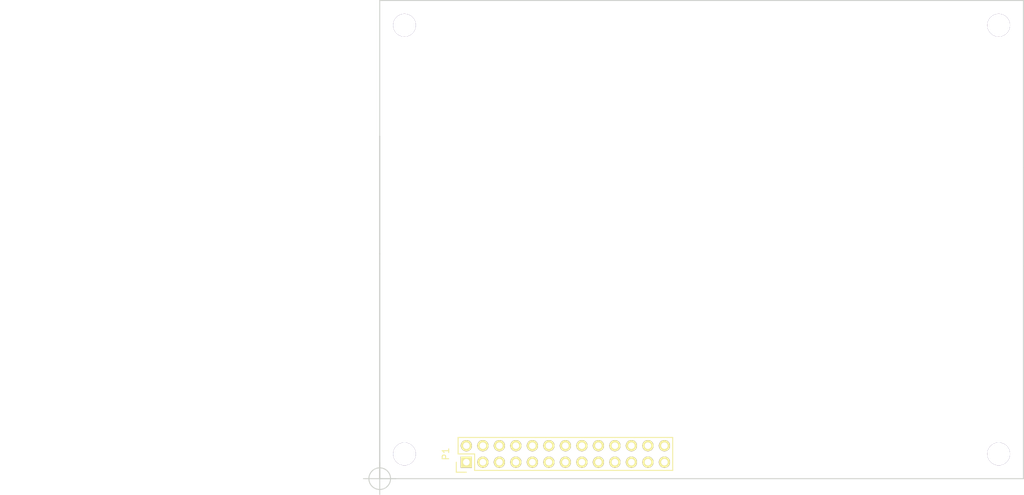
<source format=kicad_pcb>
(kicad_pcb (version 20221018) (generator pcbnew)
  (layers (0 "F.Cu" signal) (31 "B.Cu" signal) (34 "B.Paste" user) (35 "F.Paste" user) (36 "B.SilkS" user "B.Silkscreen") (37 "F.SilkS" user "F.Silkscreen") (38 "B.Mask" user) (39 "F.Mask" user) (44 "Edge.Cuts" user))
  (net 0 "")
  (net 1 "GND")
  (net 2 "+5V")
  (net 3 "+3V3")
  (net 4 "GPIO_SPI_CS#")
  (net 5 "GPIO_UART1_TXD")
  (net 6 "GPIO_SPI_MISO")
  (net 7 "GPIO_UART1_RXD")
  (net 8 "GPIO_SPI_MOSI")
  (net 9 "GPIO_UART1_CTS")
  (net 10 "GPIO_SPI_CLK")
  (net 11 "GPIO_UART1_RTS")
  (net 12 "GPIO_I2C_SCL")
  (net 13 "GPIO_I2S_CLK")
  (net 14 "GPIO_I2C_SDA")
  (net 15 "GPIO_I2S_FRM")
  (net 16 "GPIO_UART2_TXD")
  (net 17 "GPIO_I2S_DO")
  (net 18 "GPIO_UART2_RXD")
  (net 19 "GPIO_I2S_DI")
  (net 20 "GPIO_S5_0")
  (net 21 "GPIO_PWM0")
  (net 22 "GPIO_S5_1")
  (net 23 "GPIO_PWM1")
  (net 24 "GPIO_S5_2")
  (net 25 "I2SMCLK_GPIO")
  (footprint "Pin_Headers:Pin_Header_Straight_2x13" (layer "F.Cu") (at 109.855 142.24 90)
    (fp_text reference "P1" (at 1.27 -3.175 90) (layer "F.SilkS"))
    (fp_text value "CONN_02X13" hide)
    (fp_line (start -1.55 -1.55) (end -1.55 0) (stroke (width 0.15)) (layer "F.SilkS"))
    (fp_line (start -1.27 1.27) (end -1.27 31.75) (stroke (width 0.15)) (layer "F.SilkS"))
    (fp_line (start 0 -1.55) (end -1.55 -1.55) (stroke (width 0.15)) (layer "F.SilkS"))
    (fp_line (start 1.27 -1.27) (end 1.27 1.27) (stroke (width 0.15)) (layer "F.SilkS"))
    (fp_line (start 1.27 1.27) (end -1.27 1.27) (stroke (width 0.15)) (layer "F.SilkS"))
    (fp_line (start 3.81 -1.27) (end 1.27 -1.27) (stroke (width 0.15)) (layer "F.SilkS"))
    (fp_line (start 3.81 -1.27) (end 3.81 31.75) (stroke (width 0.15)) (layer "F.SilkS"))
    (fp_line (start 3.81 31.75) (end -1.27 31.75) (stroke (width 0.15)) (layer "F.SilkS"))
    (pad "1" thru_hole rect locked (at 0 0 90) (size 1.7272 1.7272) (drill 1.016) (layers "*.Cu" "*.Mask" "F.SilkS") (net 1 "GND"))
    (pad "2" thru_hole oval locked (at 2.54 0 90) (size 1.7272 1.7272) (drill 1.016) (layers "*.Cu" "*.Mask" "F.SilkS") (net 1 "GND"))
    (pad "3" thru_hole oval locked (at 0 2.54 90) (size 1.7272 1.7272) (drill 1.016) (layers "*.Cu" "*.Mask" "F.SilkS") (net 2 "+5V"))
    (pad "4" thru_hole oval locked (at 2.54 2.54 90) (size 1.7272 1.7272) (drill 1.016) (layers "*.Cu" "*.Mask" "F.SilkS") (net 3 "+3V3"))
    (pad "5" thru_hole oval locked (at 0 5.08 90) (size 1.7272 1.7272) (drill 1.016) (layers "*.Cu" "*.Mask" "F.SilkS") (net 4 "GPIO_SPI_CS#"))
    (pad "6" thru_hole oval locked (at 2.54 5.08 90) (size 1.7272 1.7272) (drill 1.016) (layers "*.Cu" "*.Mask" "F.SilkS") (net 5 "GPIO_UART1_TXD"))
    (pad "7" thru_hole oval locked (at 0 7.62 90) (size 1.7272 1.7272) (drill 1.016) (layers "*.Cu" "*.Mask" "F.SilkS") (net 6 "GPIO_SPI_MISO"))
    (pad "8" thru_hole oval locked (at 2.54 7.62 90) (size 1.7272 1.7272) (drill 1.016) (layers "*.Cu" "*.Mask" "F.SilkS") (net 7 "GPIO_UART1_RXD"))
    (pad "9" thru_hole oval locked (at 0 10.16 90) (size 1.7272 1.7272) (drill 1.016) (layers "*.Cu" "*.Mask" "F.SilkS") (net 8 "GPIO_SPI_MOSI"))
    (pad "10" thru_hole oval locked (at 2.54 10.16 90) (size 1.7272 1.7272) (drill 1.016) (layers "*.Cu" "*.Mask" "F.SilkS") (net 9 "GPIO_UART1_CTS"))
    (pad "11" thru_hole oval locked (at 0 12.7 90) (size 1.7272 1.7272) (drill 1.016) (layers "*.Cu" "*.Mask" "F.SilkS") (net 10 "GPIO_SPI_CLK"))
    (pad "12" thru_hole oval locked (at 2.54 12.7 90) (size 1.7272 1.7272) (drill 1.016) (layers "*.Cu" "*.Mask" "F.SilkS") (net 11 "GPIO_UART1_RTS"))
    (pad "13" thru_hole oval locked (at 0 15.24 90) (size 1.7272 1.7272) (drill 1.016) (layers "*.Cu" "*.Mask" "F.SilkS") (net 12 "GPIO_I2C_SCL"))
    (pad "14" thru_hole oval locked (at 2.54 15.24 90) (size 1.7272 1.7272) (drill 1.016) (layers "*.Cu" "*.Mask" "F.SilkS") (net 13 "GPIO_I2S_CLK"))
    (pad "15" thru_hole oval locked (at 0 17.78 90) (size 1.7272 1.7272) (drill 1.016) (layers "*.Cu" "*.Mask" "F.SilkS") (net 14 "GPIO_I2C_SDA"))
    (pad "16" thru_hole oval locked (at 2.54 17.78 90) (size 1.7272 1.7272) (drill 1.016) (layers "*.Cu" "*.Mask" "F.SilkS") (net 15 "GPIO_I2S_FRM"))
    (pad "17" thru_hole oval locked (at 0 20.32 90) (size 1.7272 1.7272) (drill 1.016) (layers "*.Cu" "*.Mask" "F.SilkS") (net 16 "GPIO_UART2_TXD"))
    (pad "18" thru_hole oval locked (at 2.54 20.32 90) (size 1.7272 1.7272) (drill 1.016) (layers "*.Cu" "*.Mask" "F.SilkS") (net 17 "GPIO_I2S_DO"))
    (pad "19" thru_hole oval locked (at 0 22.86 90) (size 1.7272 1.7272) (drill 1.016) (layers "*.Cu" "*.Mask" "F.SilkS") (net 18 "GPIO_UART2_RXD"))
    (pad "20" thru_hole oval locked (at 2.54 22.86 90) (size 1.7272 1.7272) (drill 1.016) (layers "*.Cu" "*.Mask" "F.SilkS") (net 19 "GPIO_I2S_DI"))
    (pad "21" thru_hole oval locked (at 0 25.4 90) (size 1.7272 1.7272) (drill 1.016) (layers "*.Cu" "*.Mask" "F.SilkS") (net 20 "GPIO_S5_0"))
    (pad "22" thru_hole oval locked (at 2.54 25.4 90) (size 1.7272 1.7272) (drill 1.016) (layers "*.Cu" "*.Mask" "F.SilkS") (net 21 "GPIO_PWM0"))
    (pad "23" thru_hole oval locked (at 0 27.94 90) (size 1.7272 1.7272) (drill 1.016) (layers "*.Cu" "*.Mask" "F.SilkS") (net 22 "GPIO_S5_1"))
    (pad "24" thru_hole oval locked (at 2.54 27.94 90) (size 1.7272 1.7272) (drill 1.016) (layers "*.Cu" "*.Mask" "F.SilkS") (net 23 "GPIO_PWM1"))
    (pad "25" thru_hole oval locked (at 0 30.48 90) (size 1.7272 1.7272) (drill 1.016) (layers "*.Cu" "*.Mask" "F.SilkS") (net 24 "GPIO_S5_2"))
    (pad "26" thru_hole oval locked (at 2.54 30.48 90) (size 1.7272 1.7272) (drill 1.016) (layers "*.Cu" "*.Mask" "F.SilkS") (net 25 "I2SMCLK_GPIO"))
  )
  (footprint "Mounting_Holes:MountingHole_3-5mm" (layer "F.Cu") (at 191.77 140.97)
    (fp_text reference "MK2" hide)
    (fp_text value "Mounting_Hole" hide)
    (pad "" thru_hole circle locked (at 0 0) (size 3.5 3.5) (drill 3.5) (layers))
  )
  (footprint "Mounting_Holes:MountingHole_3-5mm" (layer "F.Cu") (at 100.33 140.97)
    (fp_text reference "MK1" hide)
    (fp_text value "Mounting_Hole" hide)
    (pad "" thru_hole circle locked (at 0 0) (size 3.5 3.5) (drill 3.5) (layers))
  )
  (footprint "Mounting_Holes:MountingHole_3-5mm" (layer "F.Cu") (at 100.33 74.93)
    (fp_text reference "MK4" hide)
    (fp_text value "Mounting_Hole" hide)
    (pad "" thru_hole circle locked (at 0 0) (size 3.5 3.5) (drill 3.5) (layers))
  )
  (footprint "Mounting_Holes:MountingHole_3-5mm" (layer "F.Cu") (at 191.77 74.93)
    (fp_text reference "MK3" hide)
    (fp_text value "Mounting_Hole" hide)
    (pad "" thru_hole circle locked (at 0 0) (size 3.5 3.5) (drill 3.5) (layers))
  )
  (gr_line (start 195.58 96.83) (end 195.58 71.12) (stroke (width 0.15)) (layer "Edge.Cuts"))
  (gr_line (start 96.52 110.15) (end 96.52 144.78) (stroke (width 0.2)) (layer "Edge.Cuts"))
  (gr_line (start 96.52 110.15) (end 96.52 92.05) (stroke (width 0.2)) (layer "Edge.Cuts"))
  (gr_line (start 195.58 96.83) (end 195.58 112.02) (stroke (width 0.15)) (layer "Edge.Cuts"))
  (gr_line (start 195.58 144.78) (end 195.58 112.02) (stroke (width 0.15)) (layer "Edge.Cuts"))
  (gr_line (start 195.58 71.12) (end 96.52 71.12) (stroke (width 0.15)) (layer "Edge.Cuts"))
  (gr_line (start 96.52 71.12) (end 96.52 92.05) (stroke (width 0.15)) (layer "Edge.Cuts"))
  (gr_line (start 96.52 144.78) (end 195.58 144.78) (stroke (width 0.15)) (layer "Edge.Cuts"))
  (target plus (at 96.52 144.78) (size 5) (width 0.15) (layer "Edge.Cuts"))
)
</source>
